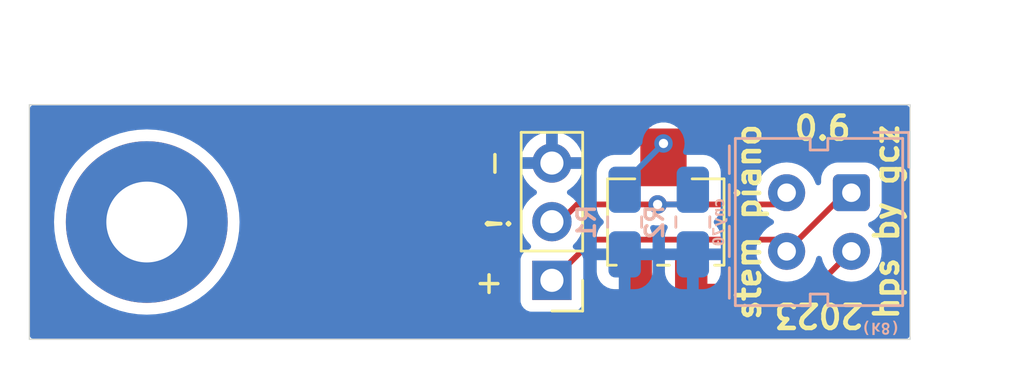
<source format=kicad_pcb>
(kicad_pcb (version 20240108) (generator "pcbnew") (generator_version "8.0")
  (layers (0 "F.Cu" signal) (31 "B.Cu" signal) (34 "B.Paste" user) (35 "F.Paste" user) (36 "B.SilkS" user "B.Silkscreen") (37 "F.SilkS" user "F.Silkscreen") (38 "B.Mask" user) (39 "F.Mask" user) (44 "Edge.Cuts" user))
  (net 0 "")
  (net 1 "GND")
  (net 2 "Net-(R1-Pad1)")
  (net 4 "Net-(U1-K)")
  (net 5 "Net-(J0-Pin_1)")
  (net 6 "Net-(J0-Pin_2)")
  (footprint "MountingHole:MountingHole_3.5mm_Pad_TopBottom" (layer "F.Cu") (at 105.41 97.79)
    (property "Reference" "H0" (hide yes))
    (property "Value" "MountingHole" (hide yes))
    (pad "1" thru_hole circle (at 0 0) (size 3.9 3.9) (drill 3.5) (layers "*.Cu" "*.Mask"))
    (pad "1" connect circle (at 0 0) (size 7 7) (layers "F.Cu" "F.Mask"))
    (pad "1" connect circle (at 0 0) (size 7 7) (layers "B.Cu" "B.Mask"))
  )
  (footprint "stem_piano_footprints:Bourns_3224X_Vertical_bigpads" (layer "F.Cu") (at 127.762 97.79 180)
    (property "Reference" "RV0" (hide yes))
    (property "Value" "R_Potentiometer_Trim" (hide yes))
    (fp_line (start 2.42 -1.87) (end 2.42 1.87) (stroke (width 0.12)) (layer "F.SilkS"))
    (fp_line (start 2.04 -1.87) (end 2.42 -1.87) (stroke (width 0.12)) (layer "F.SilkS"))
    (fp_line (start 1.24 1.87) (end 2.42 1.87) (stroke (width 0.12)) (layer "F.SilkS"))
    (fp_line (start -0.26 -1.87) (end 0.26 -1.87) (stroke (width 0.12)) (layer "F.SilkS"))
    (fp_line (start -2.59 -1.87) (end -2.21 -1.87) (stroke (width 0.12)) (layer "F.SilkS"))
    (fp_line (start -2.62 1.87) (end -1.24 1.87) (stroke (width 0.12)) (layer "F.SilkS"))
    (fp_line (start -2.62 -1.87) (end -2.62 1.87) (stroke (width 0.12)) (layer "F.SilkS"))
    (pad "1" smd rect (at 1.2 -2.8 180) (size 1.4 2.5) (layers "F.Cu" "F.Paste" "F.Mask"))
    (pad "2" smd rect (at 0 2.8 180) (size 2 2.5) (layers "F.Cu" "F.Paste" "F.Mask") (net 2 "Net-(R1-Pad1)"))
    (pad "3" smd rect (at -1.2 -2.8 180) (size 1.4 2.5) (layers "F.Cu" "F.Paste" "F.Mask") (net 4 "Net-(U1-K)"))
  )
  (footprint "Connector_PinHeader_2.54mm:PinHeader_1x03_P2.54mm_Vertical" (layer "F.Cu") (at 122.936 100.315 180)
    (property "Reference" "J0" (hide yes))
    (property "Value" "Conn_01x03_Pin")
    (fp_line (start 1.33 1.27) (end 1.33 6.41) (stroke (width 0.12)) (layer "F.SilkS"))
    (fp_line (start -1.33 6.41) (end 1.33 6.41) (stroke (width 0.12)) (layer "F.SilkS"))
    (fp_line (start -1.33 1.27) (end 1.33 1.27) (stroke (width 0.12)) (layer "F.SilkS"))
    (fp_line (start -1.33 1.27) (end -1.33 6.41) (stroke (width 0.12)) (layer "F.SilkS"))
    (fp_line (start -1.33 0) (end -1.33 -1.33) (stroke (width 0.12)) (layer "F.SilkS"))
    (fp_line (start -1.33 -1.33) (end 0 -1.33) (stroke (width 0.12)) (layer "F.SilkS"))
    (pad "1" thru_hole rect (at 0 0 180) (size 1.7 1.7) (drill 1) (layers "*.Cu" "*.Mask") (net 5 "Net-(J0-Pin_1)"))
    (pad "2" thru_hole oval (at 0 2.54 180) (size 1.7 1.7) (drill 1) (layers "*.Cu" "*.Mask") (net 6 "Net-(J0-Pin_2)"))
    (pad "3" thru_hole oval (at 0 5.08 180) (size 1.7 1.7) (drill 1) (layers "*.Cu" "*.Mask") (net 1 "GND"))
  )
  (footprint "stem_piano_footprints:Vishay_CNY70" (layer "B.Cu") (at 135.89 96.52 180)
    (property "Reference" "U1" (hide yes))
    (property "Value" "CNY70")
    (fp_line (start 5.28 -4.57) (end 5.28 2.03) (stroke (width 0.12) (type dash)) (layer "B.SilkS"))
    (fp_line (start 5.02 2.35) (end 5.02 -4.89) (stroke (width 0.12)) (layer "B.SilkS"))
    (fp_line (start 5.02 2.35) (end 1.78 2.35) (stroke (width 0.12)) (layer "B.SilkS"))
    (fp_line (start 5.02 -4.89) (end 1.78 -4.89) (stroke (width 0.12)) (layer "B.SilkS"))
    (fp_line (start 1.78 2.35) (end 1.78 1.85) (stroke (width 0.12)) (layer "B.SilkS"))
    (fp_line (start 1.78 1.85) (end 1.02 1.85) (stroke (width 0.12)) (layer "B.SilkS"))
    (fp_line (start 1.78 -4.39) (end 1.78 -4.89) (stroke (width 0.12)) (layer "B.SilkS"))
    (fp_line (start 1.02 1.85) (end 1.02 2.35) (stroke (width 0.12)) (layer "B.SilkS"))
    (fp_line (start 1.02 -4.39) (end 1.78 -4.39) (stroke (width 0.12)) (layer "B.SilkS"))
    (fp_line (start 1.02 -4.89) (end 1.02 -4.39) (stroke (width 0.12)) (layer "B.SilkS"))
    (fp_line (start -0.98 2.61) (end -2.48 2.61) (stroke (width 0.12)) (layer "B.SilkS"))
    (fp_line (start -2.22 2.35) (end 1.02 2.35) (stroke (width 0.12)) (layer "B.SilkS"))
    (fp_line (start -2.22 -4.89) (end 1.02 -4.89) (stroke (width 0.12)) (layer "B.SilkS"))
    (fp_line (start -2.22 -4.89) (end -2.22 2.35) (stroke (width 0.12)) (layer "B.SilkS"))
    (fp_line (start -2.48 1.11) (end -2.48 2.61) (stroke (width 0.12)) (layer "B.SilkS"))
    (pad "1" thru_hole roundrect (at 0 0 180) (size 1.6 1.6) (drill 0.8) (layers "*.Cu" "*.Mask") (roundrect_rratio 0.156) (net 5 "Net-(J0-Pin_1)"))
    (pad "2" thru_hole circle (at 0 -2.54 180) (size 1.6 1.6) (drill 0.8) (layers "*.Cu" "*.Mask") (net 4 "Net-(U1-K)"))
    (pad "3" thru_hole circle (at 2.8 -2.54 180) (size 1.6 1.6) (drill 0.8) (layers "*.Cu" "*.Mask") (net 5 "Net-(J0-Pin_1)"))
    (pad "4" thru_hole circle (at 2.8 0 180) (size 1.6 1.6) (drill 0.8) (layers "*.Cu" "*.Mask") (net 6 "Net-(J0-Pin_2)"))
  )
  (footprint "stem_piano_footprints:R_0805_2012_1.20x1.40mm_bigpad" (layer "B.Cu") (at 126.082 97.79 -90)
    (property "Reference" "R1" (at 0 1.65 90) (layer "B.SilkS") (effects (font (size 0.75 0.75)) (justify mirror)))
    (property "Value" "Resistor")
    (fp_line (start 0.227064 0.735) (end -0.227064 0.735) (stroke (width 0.12)) (layer "B.SilkS"))
    (fp_line (start 0.227064 -0.735) (end -0.227064 -0.735) (stroke (width 0.12)) (layer "B.SilkS"))
    (pad "1" smd roundrect (at -1.4 0 270) (size 2 1.4) (layers "B.Cu" "B.Paste" "B.Mask") (roundrect_rratio 0.208) (net 2 "Net-(R1-Pad1)"))
    (pad "2" smd roundrect (at 1.4 0 270) (size 2 1.4) (layers "B.Cu" "B.Paste" "B.Mask") (roundrect_rratio 0.208) (net 1 "GND"))
  )
  (footprint "stem_piano_footprints:R_0805_2012_1.20x1.40mm_bigpad" (layer "B.Cu") (at 129.032 97.79 -90)
    (property "Reference" "R2" (at 0 1.65 90) (layer "B.SilkS") (effects (font (size 0.75 0.75)) (justify mirror)))
    (property "Value" "Resistor")
    (fp_line (start 0.227064 0.735) (end -0.227064 0.735) (stroke (width 0.12)) (layer "B.SilkS"))
    (fp_line (start 0.227064 -0.735) (end -0.227064 -0.735) (stroke (width 0.12)) (layer "B.SilkS"))
    (pad "1" smd roundrect (at -1.4 0 270) (size 2 1.4) (layers "B.Cu" "B.Paste" "B.Mask") (roundrect_rratio 0.208) (net 6 "Net-(J0-Pin_2)"))
    (pad "2" smd roundrect (at 1.4 0 270) (size 2 1.4) (layers "B.Cu" "B.Paste" "B.Mask") (roundrect_rratio 0.208) (net 1 "GND"))
  )
  (gr_line (start 100.33 102.87) (end 138.43 102.87) (stroke (width 0.05)) (layer "Edge.Cuts"))
  (gr_line (start 138.43 92.71) (end 100.33 92.71) (stroke (width 0.05)) (layer "Edge.Cuts"))
  (gr_line (start 100.33 92.71) (end 100.33 102.87) (stroke (width 0.05)) (layer "Edge.Cuts"))
  (gr_line (start 138.43 92.71) (end 138.43 102.87) (stroke (width 0.05)) (layer "Edge.Cuts"))
  (gr_text "cny70" (at 130.175 97.79 90) (layer "B.SilkS") (effects (font (size 0.5 0.5) (thickness 0.1) (bold yes)) (justify mirror)))
  (gr_text "(k8)" (at 137.16 102.362 180) (layer "B.SilkS") (effects (font (size 0.5 0.5) (thickness 0.1) (bold yes)) (justify mirror)))
  (gr_text "0.6" (at 134.6454 93.726 0) (layer "F.SilkS") (effects (font (size 1 1) (thickness 0.2))))
  (gr_text "-" (at 120.396 95.25 90) (layer "F.SilkS") (effects (font (size 1 1))))
  (gr_text "stem piano" (at 131.445 97.79 90) (layer "F.SilkS") (effects (font (size 1 1) (thickness 0.2))))
  (gr_text "!" (at 120.65 97.862 90) (layer "F.SilkS") (effects (font (size 1 1))))
  (gr_text "2023" (at 134.493 101.8286 180) (layer "F.SilkS") (effects (font (size 1 1) (thickness 0.2))))
  (gr_text "hps by gcz" (at 137.414 97.79 90) (layer "F.SilkS") (effects (font (size 1 1) (thickness 0.2))))
  (gr_text "+" (at 120.142 100.457 90) (layer "F.SilkS") (effects (font (size 1 1))))
  (via (at 127.762 94.3864) (size 0.8) (drill 0.4) (layers "F.Cu" "B.Cu") (net 2))
  (segment (start 126.082 96.39) (end 126.082 96.0664) (width 0.25) (layer "B.Cu") (net 2))
  (segment (start 126.082 96.0664) (end 127.762 94.3864) (width 0.25) (layer "B.Cu") (net 2))
  (segment (start 128.962 100.59) (end 134.36 100.59) (width 0.25) (layer "F.Cu") (net 4))
  (segment (start 134.36 100.59) (end 135.89 99.06) (width 0.25) (layer "F.Cu") (net 4))
  (segment (start 124.714 98.552) (end 132.582 98.552) (width 0.25) (layer "F.Cu") (net 5))
  (segment (start 132.582 98.552) (end 133.09 99.06) (width 0.25) (layer "F.Cu") (net 5))
  (segment (start 122.936 100.315) (end 122.951 100.315) (width 0.25) (layer "F.Cu") (net 5))
  (segment (start 135.63 96.52) (end 135.89 96.52) (width 0.25) (layer "F.Cu") (net 5))
  (segment (start 122.951 100.315) (end 124.714 98.552) (width 0.25) (layer "F.Cu") (net 5))
  (segment (start 133.09 99.06) (end 135.63 96.52) (width 0.25) (layer "F.Cu") (net 5))
  (segment (start 127.508 97.028) (end 132.582 97.028) (width 0.25) (layer "F.Cu") (net 6))
  (segment (start 132.582 97.028) (end 133.09 96.52) (width 0.25) (layer "F.Cu") (net 6))
  (segment (start 123.2812 97.775) (end 122.936 97.775) (width 0.25) (layer "F.Cu") (net 6))
  (segment (start 124.0282 97.028) (end 123.2812 97.775) (width 0.25) (layer "F.Cu") (net 6))
  (segment (start 127.508 97.028) (end 124.0282 97.028) (width 0.25) (layer "F.Cu") (net 6))
  (via (at 127.508 97.028) (size 0.8) (drill 0.4) (layers "F.Cu" "B.Cu") (net 6))
  (segment (start 127.508 97.028) (end 128.394 97.028) (width 0.25) (layer "B.Cu") (net 6))
  (segment (start 128.394 97.028) (end 129.032 96.39) (width 0.25) (layer "B.Cu") (net 6))
  (zone (net 1) (net_name "GND") (layer "B.Cu") (connect_pads (clearance 0.508)) (min_thickness 0.254) (fill yes (thermal_gap 0.508) (thermal_bridge_width 0.508))
    (polygon (pts (xy 139.7 104.14) (xy 99.06 104.14) (xy 99.06 91.44) (xy 139.7 91.44)))
  )
)
</source>
